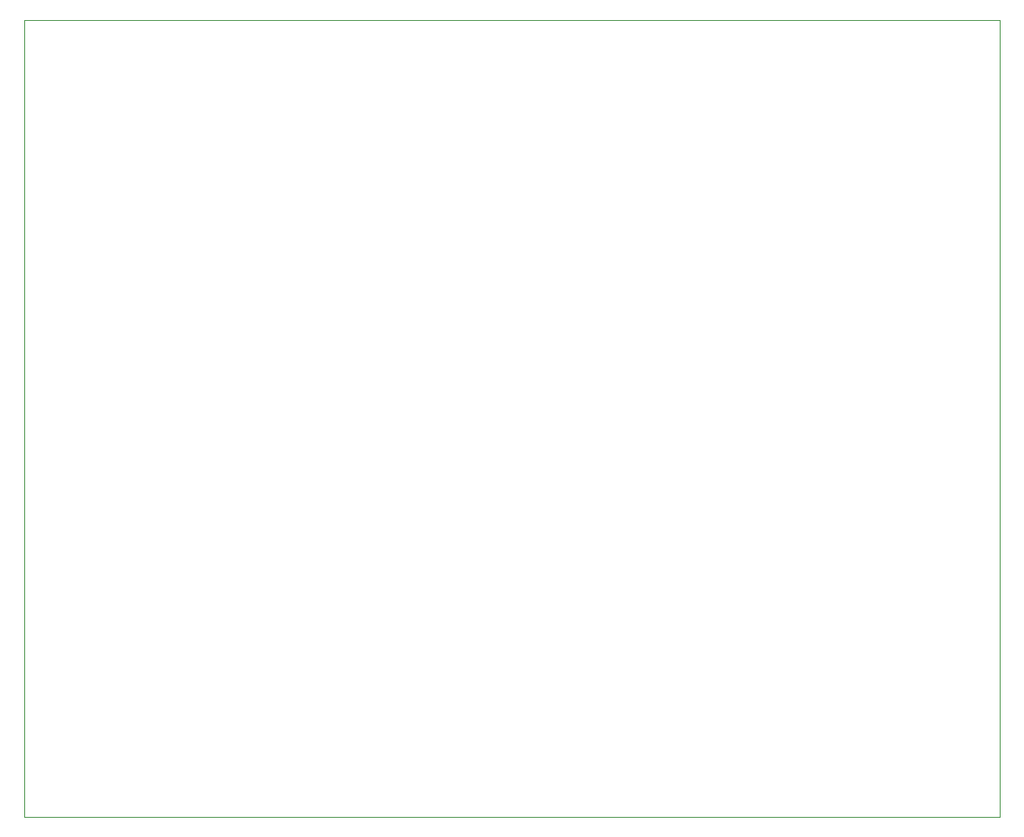
<source format=gbr>
%TF.GenerationSoftware,KiCad,Pcbnew,9.0.0*%
%TF.CreationDate,2025-04-11T15:03:49-07:00*%
%TF.ProjectId,hackpad,6861636b-7061-4642-9e6b-696361645f70,rev?*%
%TF.SameCoordinates,Original*%
%TF.FileFunction,Profile,NP*%
%FSLAX46Y46*%
G04 Gerber Fmt 4.6, Leading zero omitted, Abs format (unit mm)*
G04 Created by KiCad (PCBNEW 9.0.0) date 2025-04-11 15:03:49*
%MOMM*%
%LPD*%
G01*
G04 APERTURE LIST*
%TA.AperFunction,Profile*%
%ADD10C,0.050000*%
%TD*%
G04 APERTURE END LIST*
D10*
X75031600Y-68487500D02*
X173690150Y-68487500D01*
X173690150Y-149161500D01*
X75031600Y-149161500D01*
X75031600Y-68487500D01*
M02*

</source>
